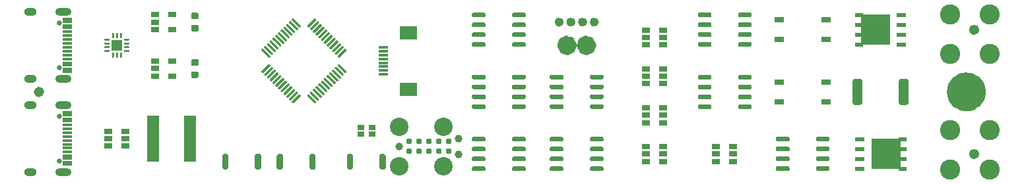
<source format=gbr>
G04 #@! TF.GenerationSoftware,KiCad,Pcbnew,(5.1.10)-1*
G04 #@! TF.CreationDate,2021-11-24T09:21:36-08:00*
G04 #@! TF.ProjectId,UsbSourceMeasureTest,55736253-6f75-4726-9365-4d6561737572,rev?*
G04 #@! TF.SameCoordinates,Original*
G04 #@! TF.FileFunction,Soldermask,Top*
G04 #@! TF.FilePolarity,Negative*
%FSLAX46Y46*%
G04 Gerber Fmt 4.6, Leading zero omitted, Abs format (unit mm)*
G04 Created by KiCad (PCBNEW (5.1.10)-1) date 2021-11-24 09:21:36*
%MOMM*%
%LPD*%
G01*
G04 APERTURE LIST*
%ADD10C,2.500000*%
%ADD11C,0.700000*%
%ADD12C,1.500000*%
%ADD13C,0.650000*%
%ADD14R,3.810000X3.910000*%
%ADD15R,1.020000X0.610000*%
%ADD16R,1.270000X0.610000*%
%ADD17R,1.200000X0.800000*%
%ADD18R,1.060000X0.650000*%
%ADD19O,2.100000X1.000000*%
%ADD20O,1.600000X1.000000*%
%ADD21C,0.650000*%
%ADD22R,1.150000X0.300000*%
%ADD23C,2.600000*%
%ADD24R,1.450000X1.450000*%
%ADD25R,1.600000X5.900000*%
%ADD26R,0.850000X0.650000*%
%ADD27C,0.990600*%
%ADD28C,0.787400*%
%ADD29C,2.374900*%
%ADD30R,2.200000X1.800000*%
%ADD31R,1.300000X0.300000*%
%ADD32C,1.152000*%
G04 APERTURE END LIST*
D10*
X222250000Y-36000000D02*
G75*
G03*
X222250000Y-36000000I-1250000J0D01*
G01*
D11*
X169000000Y-27000000D02*
G75*
G03*
X169000000Y-27000000I-250000J0D01*
G01*
X170500000Y-27000000D02*
G75*
G03*
X170500000Y-27000000I-250000J0D01*
G01*
X172000000Y-27000000D02*
G75*
G03*
X172000000Y-27000000I-250000J0D01*
G01*
X173500000Y-27000000D02*
G75*
G03*
X173500000Y-27000000I-250000J0D01*
G01*
D12*
X172750000Y-30000000D02*
G75*
G03*
X172750000Y-30000000I-500000J0D01*
G01*
X170250000Y-30000000D02*
G75*
G03*
X170250000Y-30000000I-500000J0D01*
G01*
D13*
X102325000Y-36000000D02*
G75*
G03*
X102325000Y-36000000I-325000J0D01*
G01*
X222325000Y-28000000D02*
G75*
G03*
X222325000Y-28000000I-325000J0D01*
G01*
X222325000Y-44000000D02*
G75*
G03*
X222325000Y-44000000I-325000J0D01*
G01*
G36*
G01*
X137573312Y-37356334D02*
X137467246Y-37462400D01*
G75*
G02*
X137361180Y-37462400I-53033J53033D01*
G01*
X136424264Y-36525484D01*
G75*
G02*
X136424264Y-36419418I53033J53033D01*
G01*
X136530330Y-36313352D01*
G75*
G02*
X136636396Y-36313352I53033J-53033D01*
G01*
X137573312Y-37250268D01*
G75*
G02*
X137573312Y-37356334I-53033J-53033D01*
G01*
G37*
G36*
G01*
X137926866Y-37002780D02*
X137820800Y-37108846D01*
G75*
G02*
X137714734Y-37108846I-53033J53033D01*
G01*
X136777818Y-36171930D01*
G75*
G02*
X136777818Y-36065864I53033J53033D01*
G01*
X136883884Y-35959798D01*
G75*
G02*
X136989950Y-35959798I53033J-53033D01*
G01*
X137926866Y-36896714D01*
G75*
G02*
X137926866Y-37002780I-53033J-53033D01*
G01*
G37*
G36*
G01*
X138280419Y-36649227D02*
X138174353Y-36755293D01*
G75*
G02*
X138068287Y-36755293I-53033J53033D01*
G01*
X137131371Y-35818377D01*
G75*
G02*
X137131371Y-35712311I53033J53033D01*
G01*
X137237437Y-35606245D01*
G75*
G02*
X137343503Y-35606245I53033J-53033D01*
G01*
X138280419Y-36543161D01*
G75*
G02*
X138280419Y-36649227I-53033J-53033D01*
G01*
G37*
G36*
G01*
X138633973Y-36295673D02*
X138527907Y-36401739D01*
G75*
G02*
X138421841Y-36401739I-53033J53033D01*
G01*
X137484925Y-35464823D01*
G75*
G02*
X137484925Y-35358757I53033J53033D01*
G01*
X137590991Y-35252691D01*
G75*
G02*
X137697057Y-35252691I53033J-53033D01*
G01*
X138633973Y-36189607D01*
G75*
G02*
X138633973Y-36295673I-53033J-53033D01*
G01*
G37*
G36*
G01*
X138987526Y-35942120D02*
X138881460Y-36048186D01*
G75*
G02*
X138775394Y-36048186I-53033J53033D01*
G01*
X137838478Y-35111270D01*
G75*
G02*
X137838478Y-35005204I53033J53033D01*
G01*
X137944544Y-34899138D01*
G75*
G02*
X138050610Y-34899138I53033J-53033D01*
G01*
X138987526Y-35836054D01*
G75*
G02*
X138987526Y-35942120I-53033J-53033D01*
G01*
G37*
G36*
G01*
X139341079Y-35588567D02*
X139235013Y-35694633D01*
G75*
G02*
X139128947Y-35694633I-53033J53033D01*
G01*
X138192031Y-34757717D01*
G75*
G02*
X138192031Y-34651651I53033J53033D01*
G01*
X138298097Y-34545585D01*
G75*
G02*
X138404163Y-34545585I53033J-53033D01*
G01*
X139341079Y-35482501D01*
G75*
G02*
X139341079Y-35588567I-53033J-53033D01*
G01*
G37*
G36*
G01*
X139694633Y-35235013D02*
X139588567Y-35341079D01*
G75*
G02*
X139482501Y-35341079I-53033J53033D01*
G01*
X138545585Y-34404163D01*
G75*
G02*
X138545585Y-34298097I53033J53033D01*
G01*
X138651651Y-34192031D01*
G75*
G02*
X138757717Y-34192031I53033J-53033D01*
G01*
X139694633Y-35128947D01*
G75*
G02*
X139694633Y-35235013I-53033J-53033D01*
G01*
G37*
G36*
G01*
X140048186Y-34881460D02*
X139942120Y-34987526D01*
G75*
G02*
X139836054Y-34987526I-53033J53033D01*
G01*
X138899138Y-34050610D01*
G75*
G02*
X138899138Y-33944544I53033J53033D01*
G01*
X139005204Y-33838478D01*
G75*
G02*
X139111270Y-33838478I53033J-53033D01*
G01*
X140048186Y-34775394D01*
G75*
G02*
X140048186Y-34881460I-53033J-53033D01*
G01*
G37*
G36*
G01*
X140401739Y-34527907D02*
X140295673Y-34633973D01*
G75*
G02*
X140189607Y-34633973I-53033J53033D01*
G01*
X139252691Y-33697057D01*
G75*
G02*
X139252691Y-33590991I53033J53033D01*
G01*
X139358757Y-33484925D01*
G75*
G02*
X139464823Y-33484925I53033J-53033D01*
G01*
X140401739Y-34421841D01*
G75*
G02*
X140401739Y-34527907I-53033J-53033D01*
G01*
G37*
G36*
G01*
X140755293Y-34174353D02*
X140649227Y-34280419D01*
G75*
G02*
X140543161Y-34280419I-53033J53033D01*
G01*
X139606245Y-33343503D01*
G75*
G02*
X139606245Y-33237437I53033J53033D01*
G01*
X139712311Y-33131371D01*
G75*
G02*
X139818377Y-33131371I53033J-53033D01*
G01*
X140755293Y-34068287D01*
G75*
G02*
X140755293Y-34174353I-53033J-53033D01*
G01*
G37*
G36*
G01*
X141108846Y-33820800D02*
X141002780Y-33926866D01*
G75*
G02*
X140896714Y-33926866I-53033J53033D01*
G01*
X139959798Y-32989950D01*
G75*
G02*
X139959798Y-32883884I53033J53033D01*
G01*
X140065864Y-32777818D01*
G75*
G02*
X140171930Y-32777818I53033J-53033D01*
G01*
X141108846Y-33714734D01*
G75*
G02*
X141108846Y-33820800I-53033J-53033D01*
G01*
G37*
G36*
G01*
X141462400Y-33467246D02*
X141356334Y-33573312D01*
G75*
G02*
X141250268Y-33573312I-53033J53033D01*
G01*
X140313352Y-32636396D01*
G75*
G02*
X140313352Y-32530330I53033J53033D01*
G01*
X140419418Y-32424264D01*
G75*
G02*
X140525484Y-32424264I53033J-53033D01*
G01*
X141462400Y-33361180D01*
G75*
G02*
X141462400Y-33467246I-53033J-53033D01*
G01*
G37*
G36*
G01*
X141462400Y-30638820D02*
X140525484Y-31575736D01*
G75*
G02*
X140419418Y-31575736I-53033J53033D01*
G01*
X140313352Y-31469670D01*
G75*
G02*
X140313352Y-31363604I53033J53033D01*
G01*
X141250268Y-30426688D01*
G75*
G02*
X141356334Y-30426688I53033J-53033D01*
G01*
X141462400Y-30532754D01*
G75*
G02*
X141462400Y-30638820I-53033J-53033D01*
G01*
G37*
G36*
G01*
X141108846Y-30285266D02*
X140171930Y-31222182D01*
G75*
G02*
X140065864Y-31222182I-53033J53033D01*
G01*
X139959798Y-31116116D01*
G75*
G02*
X139959798Y-31010050I53033J53033D01*
G01*
X140896714Y-30073134D01*
G75*
G02*
X141002780Y-30073134I53033J-53033D01*
G01*
X141108846Y-30179200D01*
G75*
G02*
X141108846Y-30285266I-53033J-53033D01*
G01*
G37*
G36*
G01*
X140755293Y-29931713D02*
X139818377Y-30868629D01*
G75*
G02*
X139712311Y-30868629I-53033J53033D01*
G01*
X139606245Y-30762563D01*
G75*
G02*
X139606245Y-30656497I53033J53033D01*
G01*
X140543161Y-29719581D01*
G75*
G02*
X140649227Y-29719581I53033J-53033D01*
G01*
X140755293Y-29825647D01*
G75*
G02*
X140755293Y-29931713I-53033J-53033D01*
G01*
G37*
G36*
G01*
X140401739Y-29578159D02*
X139464823Y-30515075D01*
G75*
G02*
X139358757Y-30515075I-53033J53033D01*
G01*
X139252691Y-30409009D01*
G75*
G02*
X139252691Y-30302943I53033J53033D01*
G01*
X140189607Y-29366027D01*
G75*
G02*
X140295673Y-29366027I53033J-53033D01*
G01*
X140401739Y-29472093D01*
G75*
G02*
X140401739Y-29578159I-53033J-53033D01*
G01*
G37*
G36*
G01*
X140048186Y-29224606D02*
X139111270Y-30161522D01*
G75*
G02*
X139005204Y-30161522I-53033J53033D01*
G01*
X138899138Y-30055456D01*
G75*
G02*
X138899138Y-29949390I53033J53033D01*
G01*
X139836054Y-29012474D01*
G75*
G02*
X139942120Y-29012474I53033J-53033D01*
G01*
X140048186Y-29118540D01*
G75*
G02*
X140048186Y-29224606I-53033J-53033D01*
G01*
G37*
G36*
G01*
X139694633Y-28871053D02*
X138757717Y-29807969D01*
G75*
G02*
X138651651Y-29807969I-53033J53033D01*
G01*
X138545585Y-29701903D01*
G75*
G02*
X138545585Y-29595837I53033J53033D01*
G01*
X139482501Y-28658921D01*
G75*
G02*
X139588567Y-28658921I53033J-53033D01*
G01*
X139694633Y-28764987D01*
G75*
G02*
X139694633Y-28871053I-53033J-53033D01*
G01*
G37*
G36*
G01*
X139341079Y-28517499D02*
X138404163Y-29454415D01*
G75*
G02*
X138298097Y-29454415I-53033J53033D01*
G01*
X138192031Y-29348349D01*
G75*
G02*
X138192031Y-29242283I53033J53033D01*
G01*
X139128947Y-28305367D01*
G75*
G02*
X139235013Y-28305367I53033J-53033D01*
G01*
X139341079Y-28411433D01*
G75*
G02*
X139341079Y-28517499I-53033J-53033D01*
G01*
G37*
G36*
G01*
X138987526Y-28163946D02*
X138050610Y-29100862D01*
G75*
G02*
X137944544Y-29100862I-53033J53033D01*
G01*
X137838478Y-28994796D01*
G75*
G02*
X137838478Y-28888730I53033J53033D01*
G01*
X138775394Y-27951814D01*
G75*
G02*
X138881460Y-27951814I53033J-53033D01*
G01*
X138987526Y-28057880D01*
G75*
G02*
X138987526Y-28163946I-53033J-53033D01*
G01*
G37*
G36*
G01*
X138633973Y-27810393D02*
X137697057Y-28747309D01*
G75*
G02*
X137590991Y-28747309I-53033J53033D01*
G01*
X137484925Y-28641243D01*
G75*
G02*
X137484925Y-28535177I53033J53033D01*
G01*
X138421841Y-27598261D01*
G75*
G02*
X138527907Y-27598261I53033J-53033D01*
G01*
X138633973Y-27704327D01*
G75*
G02*
X138633973Y-27810393I-53033J-53033D01*
G01*
G37*
G36*
G01*
X138280419Y-27456839D02*
X137343503Y-28393755D01*
G75*
G02*
X137237437Y-28393755I-53033J53033D01*
G01*
X137131371Y-28287689D01*
G75*
G02*
X137131371Y-28181623I53033J53033D01*
G01*
X138068287Y-27244707D01*
G75*
G02*
X138174353Y-27244707I53033J-53033D01*
G01*
X138280419Y-27350773D01*
G75*
G02*
X138280419Y-27456839I-53033J-53033D01*
G01*
G37*
G36*
G01*
X137926866Y-27103286D02*
X136989950Y-28040202D01*
G75*
G02*
X136883884Y-28040202I-53033J53033D01*
G01*
X136777818Y-27934136D01*
G75*
G02*
X136777818Y-27828070I53033J53033D01*
G01*
X137714734Y-26891154D01*
G75*
G02*
X137820800Y-26891154I53033J-53033D01*
G01*
X137926866Y-26997220D01*
G75*
G02*
X137926866Y-27103286I-53033J-53033D01*
G01*
G37*
G36*
G01*
X137573312Y-26749732D02*
X136636396Y-27686648D01*
G75*
G02*
X136530330Y-27686648I-53033J53033D01*
G01*
X136424264Y-27580582D01*
G75*
G02*
X136424264Y-27474516I53033J53033D01*
G01*
X137361180Y-26537600D01*
G75*
G02*
X137467246Y-26537600I53033J-53033D01*
G01*
X137573312Y-26643666D01*
G75*
G02*
X137573312Y-26749732I-53033J-53033D01*
G01*
G37*
G36*
G01*
X135575736Y-27580582D02*
X135469670Y-27686648D01*
G75*
G02*
X135363604Y-27686648I-53033J53033D01*
G01*
X134426688Y-26749732D01*
G75*
G02*
X134426688Y-26643666I53033J53033D01*
G01*
X134532754Y-26537600D01*
G75*
G02*
X134638820Y-26537600I53033J-53033D01*
G01*
X135575736Y-27474516D01*
G75*
G02*
X135575736Y-27580582I-53033J-53033D01*
G01*
G37*
G36*
G01*
X135222182Y-27934136D02*
X135116116Y-28040202D01*
G75*
G02*
X135010050Y-28040202I-53033J53033D01*
G01*
X134073134Y-27103286D01*
G75*
G02*
X134073134Y-26997220I53033J53033D01*
G01*
X134179200Y-26891154D01*
G75*
G02*
X134285266Y-26891154I53033J-53033D01*
G01*
X135222182Y-27828070D01*
G75*
G02*
X135222182Y-27934136I-53033J-53033D01*
G01*
G37*
G36*
G01*
X134868629Y-28287689D02*
X134762563Y-28393755D01*
G75*
G02*
X134656497Y-28393755I-53033J53033D01*
G01*
X133719581Y-27456839D01*
G75*
G02*
X133719581Y-27350773I53033J53033D01*
G01*
X133825647Y-27244707D01*
G75*
G02*
X133931713Y-27244707I53033J-53033D01*
G01*
X134868629Y-28181623D01*
G75*
G02*
X134868629Y-28287689I-53033J-53033D01*
G01*
G37*
G36*
G01*
X134515075Y-28641243D02*
X134409009Y-28747309D01*
G75*
G02*
X134302943Y-28747309I-53033J53033D01*
G01*
X133366027Y-27810393D01*
G75*
G02*
X133366027Y-27704327I53033J53033D01*
G01*
X133472093Y-27598261D01*
G75*
G02*
X133578159Y-27598261I53033J-53033D01*
G01*
X134515075Y-28535177D01*
G75*
G02*
X134515075Y-28641243I-53033J-53033D01*
G01*
G37*
G36*
G01*
X134161522Y-28994796D02*
X134055456Y-29100862D01*
G75*
G02*
X133949390Y-29100862I-53033J53033D01*
G01*
X133012474Y-28163946D01*
G75*
G02*
X133012474Y-28057880I53033J53033D01*
G01*
X133118540Y-27951814D01*
G75*
G02*
X133224606Y-27951814I53033J-53033D01*
G01*
X134161522Y-28888730D01*
G75*
G02*
X134161522Y-28994796I-53033J-53033D01*
G01*
G37*
G36*
G01*
X133807969Y-29348349D02*
X133701903Y-29454415D01*
G75*
G02*
X133595837Y-29454415I-53033J53033D01*
G01*
X132658921Y-28517499D01*
G75*
G02*
X132658921Y-28411433I53033J53033D01*
G01*
X132764987Y-28305367D01*
G75*
G02*
X132871053Y-28305367I53033J-53033D01*
G01*
X133807969Y-29242283D01*
G75*
G02*
X133807969Y-29348349I-53033J-53033D01*
G01*
G37*
G36*
G01*
X133454415Y-29701903D02*
X133348349Y-29807969D01*
G75*
G02*
X133242283Y-29807969I-53033J53033D01*
G01*
X132305367Y-28871053D01*
G75*
G02*
X132305367Y-28764987I53033J53033D01*
G01*
X132411433Y-28658921D01*
G75*
G02*
X132517499Y-28658921I53033J-53033D01*
G01*
X133454415Y-29595837D01*
G75*
G02*
X133454415Y-29701903I-53033J-53033D01*
G01*
G37*
G36*
G01*
X133100862Y-30055456D02*
X132994796Y-30161522D01*
G75*
G02*
X132888730Y-30161522I-53033J53033D01*
G01*
X131951814Y-29224606D01*
G75*
G02*
X131951814Y-29118540I53033J53033D01*
G01*
X132057880Y-29012474D01*
G75*
G02*
X132163946Y-29012474I53033J-53033D01*
G01*
X133100862Y-29949390D01*
G75*
G02*
X133100862Y-30055456I-53033J-53033D01*
G01*
G37*
G36*
G01*
X132747309Y-30409009D02*
X132641243Y-30515075D01*
G75*
G02*
X132535177Y-30515075I-53033J53033D01*
G01*
X131598261Y-29578159D01*
G75*
G02*
X131598261Y-29472093I53033J53033D01*
G01*
X131704327Y-29366027D01*
G75*
G02*
X131810393Y-29366027I53033J-53033D01*
G01*
X132747309Y-30302943D01*
G75*
G02*
X132747309Y-30409009I-53033J-53033D01*
G01*
G37*
G36*
G01*
X132393755Y-30762563D02*
X132287689Y-30868629D01*
G75*
G02*
X132181623Y-30868629I-53033J53033D01*
G01*
X131244707Y-29931713D01*
G75*
G02*
X131244707Y-29825647I53033J53033D01*
G01*
X131350773Y-29719581D01*
G75*
G02*
X131456839Y-29719581I53033J-53033D01*
G01*
X132393755Y-30656497D01*
G75*
G02*
X132393755Y-30762563I-53033J-53033D01*
G01*
G37*
G36*
G01*
X132040202Y-31116116D02*
X131934136Y-31222182D01*
G75*
G02*
X131828070Y-31222182I-53033J53033D01*
G01*
X130891154Y-30285266D01*
G75*
G02*
X130891154Y-30179200I53033J53033D01*
G01*
X130997220Y-30073134D01*
G75*
G02*
X131103286Y-30073134I53033J-53033D01*
G01*
X132040202Y-31010050D01*
G75*
G02*
X132040202Y-31116116I-53033J-53033D01*
G01*
G37*
G36*
G01*
X131686648Y-31469670D02*
X131580582Y-31575736D01*
G75*
G02*
X131474516Y-31575736I-53033J53033D01*
G01*
X130537600Y-30638820D01*
G75*
G02*
X130537600Y-30532754I53033J53033D01*
G01*
X130643666Y-30426688D01*
G75*
G02*
X130749732Y-30426688I53033J-53033D01*
G01*
X131686648Y-31363604D01*
G75*
G02*
X131686648Y-31469670I-53033J-53033D01*
G01*
G37*
G36*
G01*
X131686648Y-32636396D02*
X130749732Y-33573312D01*
G75*
G02*
X130643666Y-33573312I-53033J53033D01*
G01*
X130537600Y-33467246D01*
G75*
G02*
X130537600Y-33361180I53033J53033D01*
G01*
X131474516Y-32424264D01*
G75*
G02*
X131580582Y-32424264I53033J-53033D01*
G01*
X131686648Y-32530330D01*
G75*
G02*
X131686648Y-32636396I-53033J-53033D01*
G01*
G37*
G36*
G01*
X132040202Y-32989950D02*
X131103286Y-33926866D01*
G75*
G02*
X130997220Y-33926866I-53033J53033D01*
G01*
X130891154Y-33820800D01*
G75*
G02*
X130891154Y-33714734I53033J53033D01*
G01*
X131828070Y-32777818D01*
G75*
G02*
X131934136Y-32777818I53033J-53033D01*
G01*
X132040202Y-32883884D01*
G75*
G02*
X132040202Y-32989950I-53033J-53033D01*
G01*
G37*
G36*
G01*
X132393755Y-33343503D02*
X131456839Y-34280419D01*
G75*
G02*
X131350773Y-34280419I-53033J53033D01*
G01*
X131244707Y-34174353D01*
G75*
G02*
X131244707Y-34068287I53033J53033D01*
G01*
X132181623Y-33131371D01*
G75*
G02*
X132287689Y-33131371I53033J-53033D01*
G01*
X132393755Y-33237437D01*
G75*
G02*
X132393755Y-33343503I-53033J-53033D01*
G01*
G37*
G36*
G01*
X132747309Y-33697057D02*
X131810393Y-34633973D01*
G75*
G02*
X131704327Y-34633973I-53033J53033D01*
G01*
X131598261Y-34527907D01*
G75*
G02*
X131598261Y-34421841I53033J53033D01*
G01*
X132535177Y-33484925D01*
G75*
G02*
X132641243Y-33484925I53033J-53033D01*
G01*
X132747309Y-33590991D01*
G75*
G02*
X132747309Y-33697057I-53033J-53033D01*
G01*
G37*
G36*
G01*
X133100862Y-34050610D02*
X132163946Y-34987526D01*
G75*
G02*
X132057880Y-34987526I-53033J53033D01*
G01*
X131951814Y-34881460D01*
G75*
G02*
X131951814Y-34775394I53033J53033D01*
G01*
X132888730Y-33838478D01*
G75*
G02*
X132994796Y-33838478I53033J-53033D01*
G01*
X133100862Y-33944544D01*
G75*
G02*
X133100862Y-34050610I-53033J-53033D01*
G01*
G37*
G36*
G01*
X133454415Y-34404163D02*
X132517499Y-35341079D01*
G75*
G02*
X132411433Y-35341079I-53033J53033D01*
G01*
X132305367Y-35235013D01*
G75*
G02*
X132305367Y-35128947I53033J53033D01*
G01*
X133242283Y-34192031D01*
G75*
G02*
X133348349Y-34192031I53033J-53033D01*
G01*
X133454415Y-34298097D01*
G75*
G02*
X133454415Y-34404163I-53033J-53033D01*
G01*
G37*
G36*
G01*
X133807969Y-34757717D02*
X132871053Y-35694633D01*
G75*
G02*
X132764987Y-35694633I-53033J53033D01*
G01*
X132658921Y-35588567D01*
G75*
G02*
X132658921Y-35482501I53033J53033D01*
G01*
X133595837Y-34545585D01*
G75*
G02*
X133701903Y-34545585I53033J-53033D01*
G01*
X133807969Y-34651651D01*
G75*
G02*
X133807969Y-34757717I-53033J-53033D01*
G01*
G37*
G36*
G01*
X134161522Y-35111270D02*
X133224606Y-36048186D01*
G75*
G02*
X133118540Y-36048186I-53033J53033D01*
G01*
X133012474Y-35942120D01*
G75*
G02*
X133012474Y-35836054I53033J53033D01*
G01*
X133949390Y-34899138D01*
G75*
G02*
X134055456Y-34899138I53033J-53033D01*
G01*
X134161522Y-35005204D01*
G75*
G02*
X134161522Y-35111270I-53033J-53033D01*
G01*
G37*
G36*
G01*
X134515075Y-35464823D02*
X133578159Y-36401739D01*
G75*
G02*
X133472093Y-36401739I-53033J53033D01*
G01*
X133366027Y-36295673D01*
G75*
G02*
X133366027Y-36189607I53033J53033D01*
G01*
X134302943Y-35252691D01*
G75*
G02*
X134409009Y-35252691I53033J-53033D01*
G01*
X134515075Y-35358757D01*
G75*
G02*
X134515075Y-35464823I-53033J-53033D01*
G01*
G37*
G36*
G01*
X134868629Y-35818377D02*
X133931713Y-36755293D01*
G75*
G02*
X133825647Y-36755293I-53033J53033D01*
G01*
X133719581Y-36649227D01*
G75*
G02*
X133719581Y-36543161I53033J53033D01*
G01*
X134656497Y-35606245D01*
G75*
G02*
X134762563Y-35606245I53033J-53033D01*
G01*
X134868629Y-35712311D01*
G75*
G02*
X134868629Y-35818377I-53033J-53033D01*
G01*
G37*
G36*
G01*
X135222182Y-36171930D02*
X134285266Y-37108846D01*
G75*
G02*
X134179200Y-37108846I-53033J53033D01*
G01*
X134073134Y-37002780D01*
G75*
G02*
X134073134Y-36896714I53033J53033D01*
G01*
X135010050Y-35959798D01*
G75*
G02*
X135116116Y-35959798I53033J-53033D01*
G01*
X135222182Y-36065864D01*
G75*
G02*
X135222182Y-36171930I-53033J-53033D01*
G01*
G37*
G36*
G01*
X135575736Y-36525484D02*
X134638820Y-37462400D01*
G75*
G02*
X134532754Y-37462400I-53033J53033D01*
G01*
X134426688Y-37356334D01*
G75*
G02*
X134426688Y-37250268I53033J53033D01*
G01*
X135363604Y-36313352D01*
G75*
G02*
X135469670Y-36313352I53033J-53033D01*
G01*
X135575736Y-36419418D01*
G75*
G02*
X135575736Y-36525484I-53033J-53033D01*
G01*
G37*
G36*
G01*
X188300000Y-29755000D02*
X188300000Y-30055000D01*
G75*
G02*
X188150000Y-30205000I-150000J0D01*
G01*
X186700000Y-30205000D01*
G75*
G02*
X186550000Y-30055000I0J150000D01*
G01*
X186550000Y-29755000D01*
G75*
G02*
X186700000Y-29605000I150000J0D01*
G01*
X188150000Y-29605000D01*
G75*
G02*
X188300000Y-29755000I0J-150000D01*
G01*
G37*
G36*
G01*
X188300000Y-28485000D02*
X188300000Y-28785000D01*
G75*
G02*
X188150000Y-28935000I-150000J0D01*
G01*
X186700000Y-28935000D01*
G75*
G02*
X186550000Y-28785000I0J150000D01*
G01*
X186550000Y-28485000D01*
G75*
G02*
X186700000Y-28335000I150000J0D01*
G01*
X188150000Y-28335000D01*
G75*
G02*
X188300000Y-28485000I0J-150000D01*
G01*
G37*
G36*
G01*
X188300000Y-27215000D02*
X188300000Y-27515000D01*
G75*
G02*
X188150000Y-27665000I-150000J0D01*
G01*
X186700000Y-27665000D01*
G75*
G02*
X186550000Y-27515000I0J150000D01*
G01*
X186550000Y-27215000D01*
G75*
G02*
X186700000Y-27065000I150000J0D01*
G01*
X188150000Y-27065000D01*
G75*
G02*
X188300000Y-27215000I0J-150000D01*
G01*
G37*
G36*
G01*
X188300000Y-25945000D02*
X188300000Y-26245000D01*
G75*
G02*
X188150000Y-26395000I-150000J0D01*
G01*
X186700000Y-26395000D01*
G75*
G02*
X186550000Y-26245000I0J150000D01*
G01*
X186550000Y-25945000D01*
G75*
G02*
X186700000Y-25795000I150000J0D01*
G01*
X188150000Y-25795000D01*
G75*
G02*
X188300000Y-25945000I0J-150000D01*
G01*
G37*
G36*
G01*
X193450000Y-25945000D02*
X193450000Y-26245000D01*
G75*
G02*
X193300000Y-26395000I-150000J0D01*
G01*
X191850000Y-26395000D01*
G75*
G02*
X191700000Y-26245000I0J150000D01*
G01*
X191700000Y-25945000D01*
G75*
G02*
X191850000Y-25795000I150000J0D01*
G01*
X193300000Y-25795000D01*
G75*
G02*
X193450000Y-25945000I0J-150000D01*
G01*
G37*
G36*
G01*
X193450000Y-27215000D02*
X193450000Y-27515000D01*
G75*
G02*
X193300000Y-27665000I-150000J0D01*
G01*
X191850000Y-27665000D01*
G75*
G02*
X191700000Y-27515000I0J150000D01*
G01*
X191700000Y-27215000D01*
G75*
G02*
X191850000Y-27065000I150000J0D01*
G01*
X193300000Y-27065000D01*
G75*
G02*
X193450000Y-27215000I0J-150000D01*
G01*
G37*
G36*
G01*
X193450000Y-28485000D02*
X193450000Y-28785000D01*
G75*
G02*
X193300000Y-28935000I-150000J0D01*
G01*
X191850000Y-28935000D01*
G75*
G02*
X191700000Y-28785000I0J150000D01*
G01*
X191700000Y-28485000D01*
G75*
G02*
X191850000Y-28335000I150000J0D01*
G01*
X193300000Y-28335000D01*
G75*
G02*
X193450000Y-28485000I0J-150000D01*
G01*
G37*
G36*
G01*
X193450000Y-29755000D02*
X193450000Y-30055000D01*
G75*
G02*
X193300000Y-30205000I-150000J0D01*
G01*
X191850000Y-30205000D01*
G75*
G02*
X191700000Y-30055000I0J150000D01*
G01*
X191700000Y-29755000D01*
G75*
G02*
X191850000Y-29605000I150000J0D01*
G01*
X193300000Y-29605000D01*
G75*
G02*
X193450000Y-29755000I0J-150000D01*
G01*
G37*
G36*
G01*
X201700000Y-42245000D02*
X201700000Y-41945000D01*
G75*
G02*
X201850000Y-41795000I150000J0D01*
G01*
X203300000Y-41795000D01*
G75*
G02*
X203450000Y-41945000I0J-150000D01*
G01*
X203450000Y-42245000D01*
G75*
G02*
X203300000Y-42395000I-150000J0D01*
G01*
X201850000Y-42395000D01*
G75*
G02*
X201700000Y-42245000I0J150000D01*
G01*
G37*
G36*
G01*
X201700000Y-43515000D02*
X201700000Y-43215000D01*
G75*
G02*
X201850000Y-43065000I150000J0D01*
G01*
X203300000Y-43065000D01*
G75*
G02*
X203450000Y-43215000I0J-150000D01*
G01*
X203450000Y-43515000D01*
G75*
G02*
X203300000Y-43665000I-150000J0D01*
G01*
X201850000Y-43665000D01*
G75*
G02*
X201700000Y-43515000I0J150000D01*
G01*
G37*
G36*
G01*
X201700000Y-44785000D02*
X201700000Y-44485000D01*
G75*
G02*
X201850000Y-44335000I150000J0D01*
G01*
X203300000Y-44335000D01*
G75*
G02*
X203450000Y-44485000I0J-150000D01*
G01*
X203450000Y-44785000D01*
G75*
G02*
X203300000Y-44935000I-150000J0D01*
G01*
X201850000Y-44935000D01*
G75*
G02*
X201700000Y-44785000I0J150000D01*
G01*
G37*
G36*
G01*
X201700000Y-46055000D02*
X201700000Y-45755000D01*
G75*
G02*
X201850000Y-45605000I150000J0D01*
G01*
X203300000Y-45605000D01*
G75*
G02*
X203450000Y-45755000I0J-150000D01*
G01*
X203450000Y-46055000D01*
G75*
G02*
X203300000Y-46205000I-150000J0D01*
G01*
X201850000Y-46205000D01*
G75*
G02*
X201700000Y-46055000I0J150000D01*
G01*
G37*
G36*
G01*
X196550000Y-46055000D02*
X196550000Y-45755000D01*
G75*
G02*
X196700000Y-45605000I150000J0D01*
G01*
X198150000Y-45605000D01*
G75*
G02*
X198300000Y-45755000I0J-150000D01*
G01*
X198300000Y-46055000D01*
G75*
G02*
X198150000Y-46205000I-150000J0D01*
G01*
X196700000Y-46205000D01*
G75*
G02*
X196550000Y-46055000I0J150000D01*
G01*
G37*
G36*
G01*
X196550000Y-44785000D02*
X196550000Y-44485000D01*
G75*
G02*
X196700000Y-44335000I150000J0D01*
G01*
X198150000Y-44335000D01*
G75*
G02*
X198300000Y-44485000I0J-150000D01*
G01*
X198300000Y-44785000D01*
G75*
G02*
X198150000Y-44935000I-150000J0D01*
G01*
X196700000Y-44935000D01*
G75*
G02*
X196550000Y-44785000I0J150000D01*
G01*
G37*
G36*
G01*
X196550000Y-43515000D02*
X196550000Y-43215000D01*
G75*
G02*
X196700000Y-43065000I150000J0D01*
G01*
X198150000Y-43065000D01*
G75*
G02*
X198300000Y-43215000I0J-150000D01*
G01*
X198300000Y-43515000D01*
G75*
G02*
X198150000Y-43665000I-150000J0D01*
G01*
X196700000Y-43665000D01*
G75*
G02*
X196550000Y-43515000I0J150000D01*
G01*
G37*
G36*
G01*
X196550000Y-42245000D02*
X196550000Y-41945000D01*
G75*
G02*
X196700000Y-41795000I150000J0D01*
G01*
X198150000Y-41795000D01*
G75*
G02*
X198300000Y-41945000I0J-150000D01*
G01*
X198300000Y-42245000D01*
G75*
G02*
X198150000Y-42395000I-150000J0D01*
G01*
X196700000Y-42395000D01*
G75*
G02*
X196550000Y-42245000I0J150000D01*
G01*
G37*
G36*
G01*
X174450000Y-45755000D02*
X174450000Y-46055000D01*
G75*
G02*
X174300000Y-46205000I-150000J0D01*
G01*
X172850000Y-46205000D01*
G75*
G02*
X172700000Y-46055000I0J150000D01*
G01*
X172700000Y-45755000D01*
G75*
G02*
X172850000Y-45605000I150000J0D01*
G01*
X174300000Y-45605000D01*
G75*
G02*
X174450000Y-45755000I0J-150000D01*
G01*
G37*
G36*
G01*
X174450000Y-44485000D02*
X174450000Y-44785000D01*
G75*
G02*
X174300000Y-44935000I-150000J0D01*
G01*
X172850000Y-44935000D01*
G75*
G02*
X172700000Y-44785000I0J150000D01*
G01*
X172700000Y-44485000D01*
G75*
G02*
X172850000Y-44335000I150000J0D01*
G01*
X174300000Y-44335000D01*
G75*
G02*
X174450000Y-44485000I0J-150000D01*
G01*
G37*
G36*
G01*
X174450000Y-43215000D02*
X174450000Y-43515000D01*
G75*
G02*
X174300000Y-43665000I-150000J0D01*
G01*
X172850000Y-43665000D01*
G75*
G02*
X172700000Y-43515000I0J150000D01*
G01*
X172700000Y-43215000D01*
G75*
G02*
X172850000Y-43065000I150000J0D01*
G01*
X174300000Y-43065000D01*
G75*
G02*
X174450000Y-43215000I0J-150000D01*
G01*
G37*
G36*
G01*
X174450000Y-41945000D02*
X174450000Y-42245000D01*
G75*
G02*
X174300000Y-42395000I-150000J0D01*
G01*
X172850000Y-42395000D01*
G75*
G02*
X172700000Y-42245000I0J150000D01*
G01*
X172700000Y-41945000D01*
G75*
G02*
X172850000Y-41795000I150000J0D01*
G01*
X174300000Y-41795000D01*
G75*
G02*
X174450000Y-41945000I0J-150000D01*
G01*
G37*
G36*
G01*
X169300000Y-41945000D02*
X169300000Y-42245000D01*
G75*
G02*
X169150000Y-42395000I-150000J0D01*
G01*
X167700000Y-42395000D01*
G75*
G02*
X167550000Y-42245000I0J150000D01*
G01*
X167550000Y-41945000D01*
G75*
G02*
X167700000Y-41795000I150000J0D01*
G01*
X169150000Y-41795000D01*
G75*
G02*
X169300000Y-41945000I0J-150000D01*
G01*
G37*
G36*
G01*
X169300000Y-43215000D02*
X169300000Y-43515000D01*
G75*
G02*
X169150000Y-43665000I-150000J0D01*
G01*
X167700000Y-43665000D01*
G75*
G02*
X167550000Y-43515000I0J150000D01*
G01*
X167550000Y-43215000D01*
G75*
G02*
X167700000Y-43065000I150000J0D01*
G01*
X169150000Y-43065000D01*
G75*
G02*
X169300000Y-43215000I0J-150000D01*
G01*
G37*
G36*
G01*
X169300000Y-44485000D02*
X169300000Y-44785000D01*
G75*
G02*
X169150000Y-44935000I-150000J0D01*
G01*
X167700000Y-44935000D01*
G75*
G02*
X167550000Y-44785000I0J150000D01*
G01*
X167550000Y-44485000D01*
G75*
G02*
X167700000Y-44335000I150000J0D01*
G01*
X169150000Y-44335000D01*
G75*
G02*
X169300000Y-44485000I0J-150000D01*
G01*
G37*
G36*
G01*
X169300000Y-45755000D02*
X169300000Y-46055000D01*
G75*
G02*
X169150000Y-46205000I-150000J0D01*
G01*
X167700000Y-46205000D01*
G75*
G02*
X167550000Y-46055000I0J150000D01*
G01*
X167550000Y-45755000D01*
G75*
G02*
X167700000Y-45605000I150000J0D01*
G01*
X169150000Y-45605000D01*
G75*
G02*
X169300000Y-45755000I0J-150000D01*
G01*
G37*
G36*
G01*
X174450000Y-37755000D02*
X174450000Y-38055000D01*
G75*
G02*
X174300000Y-38205000I-150000J0D01*
G01*
X172850000Y-38205000D01*
G75*
G02*
X172700000Y-38055000I0J150000D01*
G01*
X172700000Y-37755000D01*
G75*
G02*
X172850000Y-37605000I150000J0D01*
G01*
X174300000Y-37605000D01*
G75*
G02*
X174450000Y-37755000I0J-150000D01*
G01*
G37*
G36*
G01*
X174450000Y-36485000D02*
X174450000Y-36785000D01*
G75*
G02*
X174300000Y-36935000I-150000J0D01*
G01*
X172850000Y-36935000D01*
G75*
G02*
X172700000Y-36785000I0J150000D01*
G01*
X172700000Y-36485000D01*
G75*
G02*
X172850000Y-36335000I150000J0D01*
G01*
X174300000Y-36335000D01*
G75*
G02*
X174450000Y-36485000I0J-150000D01*
G01*
G37*
G36*
G01*
X174450000Y-35215000D02*
X174450000Y-35515000D01*
G75*
G02*
X174300000Y-35665000I-150000J0D01*
G01*
X172850000Y-35665000D01*
G75*
G02*
X172700000Y-35515000I0J150000D01*
G01*
X172700000Y-35215000D01*
G75*
G02*
X172850000Y-35065000I150000J0D01*
G01*
X174300000Y-35065000D01*
G75*
G02*
X174450000Y-35215000I0J-150000D01*
G01*
G37*
G36*
G01*
X174450000Y-33945000D02*
X174450000Y-34245000D01*
G75*
G02*
X174300000Y-34395000I-150000J0D01*
G01*
X172850000Y-34395000D01*
G75*
G02*
X172700000Y-34245000I0J150000D01*
G01*
X172700000Y-33945000D01*
G75*
G02*
X172850000Y-33795000I150000J0D01*
G01*
X174300000Y-33795000D01*
G75*
G02*
X174450000Y-33945000I0J-150000D01*
G01*
G37*
G36*
G01*
X169300000Y-33945000D02*
X169300000Y-34245000D01*
G75*
G02*
X169150000Y-34395000I-150000J0D01*
G01*
X167700000Y-34395000D01*
G75*
G02*
X167550000Y-34245000I0J150000D01*
G01*
X167550000Y-33945000D01*
G75*
G02*
X167700000Y-33795000I150000J0D01*
G01*
X169150000Y-33795000D01*
G75*
G02*
X169300000Y-33945000I0J-150000D01*
G01*
G37*
G36*
G01*
X169300000Y-35215000D02*
X169300000Y-35515000D01*
G75*
G02*
X169150000Y-35665000I-150000J0D01*
G01*
X167700000Y-35665000D01*
G75*
G02*
X167550000Y-35515000I0J150000D01*
G01*
X167550000Y-35215000D01*
G75*
G02*
X167700000Y-35065000I150000J0D01*
G01*
X169150000Y-35065000D01*
G75*
G02*
X169300000Y-35215000I0J-150000D01*
G01*
G37*
G36*
G01*
X169300000Y-36485000D02*
X169300000Y-36785000D01*
G75*
G02*
X169150000Y-36935000I-150000J0D01*
G01*
X167700000Y-36935000D01*
G75*
G02*
X167550000Y-36785000I0J150000D01*
G01*
X167550000Y-36485000D01*
G75*
G02*
X167700000Y-36335000I150000J0D01*
G01*
X169150000Y-36335000D01*
G75*
G02*
X169300000Y-36485000I0J-150000D01*
G01*
G37*
G36*
G01*
X169300000Y-37755000D02*
X169300000Y-38055000D01*
G75*
G02*
X169150000Y-38205000I-150000J0D01*
G01*
X167700000Y-38205000D01*
G75*
G02*
X167550000Y-38055000I0J150000D01*
G01*
X167550000Y-37755000D01*
G75*
G02*
X167700000Y-37605000I150000J0D01*
G01*
X169150000Y-37605000D01*
G75*
G02*
X169300000Y-37755000I0J-150000D01*
G01*
G37*
D14*
X209310000Y-28000000D03*
D15*
X207205000Y-29905000D03*
X207205000Y-28635000D03*
X207205000Y-27365000D03*
X207205000Y-26095000D03*
D16*
X212670000Y-26095000D03*
X212670000Y-27365000D03*
X212670000Y-28635000D03*
X212670000Y-29905000D03*
D17*
X203000000Y-29270000D03*
X197000000Y-29270000D03*
X197000000Y-26730000D03*
X203000000Y-26730000D03*
D16*
X207330000Y-42095000D03*
X207330000Y-43365000D03*
X207330000Y-44635000D03*
X207330000Y-45905000D03*
D15*
X212795000Y-45905000D03*
X212795000Y-44635000D03*
X212795000Y-43365000D03*
X212795000Y-42095000D03*
D14*
X210690000Y-44000000D03*
D17*
X203000000Y-34730000D03*
X197000000Y-34730000D03*
X197000000Y-37270000D03*
X203000000Y-37270000D03*
D18*
X182100000Y-39000000D03*
X182100000Y-38050000D03*
X182100000Y-39950000D03*
X179900000Y-39950000D03*
X179900000Y-39000000D03*
X179900000Y-38050000D03*
X179900000Y-33050000D03*
X179900000Y-34000000D03*
X179900000Y-34950000D03*
X182100000Y-34950000D03*
X182100000Y-33050000D03*
X182100000Y-34000000D03*
X179900000Y-28050000D03*
X179900000Y-29000000D03*
X179900000Y-29950000D03*
X182100000Y-29950000D03*
X182100000Y-28050000D03*
X182100000Y-29000000D03*
G36*
G01*
X193450000Y-37755000D02*
X193450000Y-38055000D01*
G75*
G02*
X193300000Y-38205000I-150000J0D01*
G01*
X191850000Y-38205000D01*
G75*
G02*
X191700000Y-38055000I0J150000D01*
G01*
X191700000Y-37755000D01*
G75*
G02*
X191850000Y-37605000I150000J0D01*
G01*
X193300000Y-37605000D01*
G75*
G02*
X193450000Y-37755000I0J-150000D01*
G01*
G37*
G36*
G01*
X193450000Y-36485000D02*
X193450000Y-36785000D01*
G75*
G02*
X193300000Y-36935000I-150000J0D01*
G01*
X191850000Y-36935000D01*
G75*
G02*
X191700000Y-36785000I0J150000D01*
G01*
X191700000Y-36485000D01*
G75*
G02*
X191850000Y-36335000I150000J0D01*
G01*
X193300000Y-36335000D01*
G75*
G02*
X193450000Y-36485000I0J-150000D01*
G01*
G37*
G36*
G01*
X193450000Y-35215000D02*
X193450000Y-35515000D01*
G75*
G02*
X193300000Y-35665000I-150000J0D01*
G01*
X191850000Y-35665000D01*
G75*
G02*
X191700000Y-35515000I0J150000D01*
G01*
X191700000Y-35215000D01*
G75*
G02*
X191850000Y-35065000I150000J0D01*
G01*
X193300000Y-35065000D01*
G75*
G02*
X193450000Y-35215000I0J-150000D01*
G01*
G37*
G36*
G01*
X193450000Y-33945000D02*
X193450000Y-34245000D01*
G75*
G02*
X193300000Y-34395000I-150000J0D01*
G01*
X191850000Y-34395000D01*
G75*
G02*
X191700000Y-34245000I0J150000D01*
G01*
X191700000Y-33945000D01*
G75*
G02*
X191850000Y-33795000I150000J0D01*
G01*
X193300000Y-33795000D01*
G75*
G02*
X193450000Y-33945000I0J-150000D01*
G01*
G37*
G36*
G01*
X188300000Y-33945000D02*
X188300000Y-34245000D01*
G75*
G02*
X188150000Y-34395000I-150000J0D01*
G01*
X186700000Y-34395000D01*
G75*
G02*
X186550000Y-34245000I0J150000D01*
G01*
X186550000Y-33945000D01*
G75*
G02*
X186700000Y-33795000I150000J0D01*
G01*
X188150000Y-33795000D01*
G75*
G02*
X188300000Y-33945000I0J-150000D01*
G01*
G37*
G36*
G01*
X188300000Y-35215000D02*
X188300000Y-35515000D01*
G75*
G02*
X188150000Y-35665000I-150000J0D01*
G01*
X186700000Y-35665000D01*
G75*
G02*
X186550000Y-35515000I0J150000D01*
G01*
X186550000Y-35215000D01*
G75*
G02*
X186700000Y-35065000I150000J0D01*
G01*
X188150000Y-35065000D01*
G75*
G02*
X188300000Y-35215000I0J-150000D01*
G01*
G37*
G36*
G01*
X188300000Y-36485000D02*
X188300000Y-36785000D01*
G75*
G02*
X188150000Y-36935000I-150000J0D01*
G01*
X186700000Y-36935000D01*
G75*
G02*
X186550000Y-36785000I0J150000D01*
G01*
X186550000Y-36485000D01*
G75*
G02*
X186700000Y-36335000I150000J0D01*
G01*
X188150000Y-36335000D01*
G75*
G02*
X188300000Y-36485000I0J-150000D01*
G01*
G37*
G36*
G01*
X188300000Y-37755000D02*
X188300000Y-38055000D01*
G75*
G02*
X188150000Y-38205000I-150000J0D01*
G01*
X186700000Y-38205000D01*
G75*
G02*
X186550000Y-38055000I0J150000D01*
G01*
X186550000Y-37755000D01*
G75*
G02*
X186700000Y-37605000I150000J0D01*
G01*
X188150000Y-37605000D01*
G75*
G02*
X188300000Y-37755000I0J-150000D01*
G01*
G37*
X191100000Y-44950000D03*
X191100000Y-44000000D03*
X191100000Y-43050000D03*
X188900000Y-43050000D03*
X188900000Y-44950000D03*
X188900000Y-44000000D03*
G36*
G01*
X206425000Y-37425001D02*
X206425000Y-34574999D01*
G75*
G02*
X206674999Y-34325000I249999J0D01*
G01*
X207400001Y-34325000D01*
G75*
G02*
X207650000Y-34574999I0J-249999D01*
G01*
X207650000Y-37425001D01*
G75*
G02*
X207400001Y-37675000I-249999J0D01*
G01*
X206674999Y-37675000D01*
G75*
G02*
X206425000Y-37425001I0J249999D01*
G01*
G37*
G36*
G01*
X212350000Y-37425001D02*
X212350000Y-34574999D01*
G75*
G02*
X212599999Y-34325000I249999J0D01*
G01*
X213325001Y-34325000D01*
G75*
G02*
X213575000Y-34574999I0J-249999D01*
G01*
X213575000Y-37425001D01*
G75*
G02*
X213325001Y-37675000I-249999J0D01*
G01*
X212599999Y-37675000D01*
G75*
G02*
X212350000Y-37425001I0J249999D01*
G01*
G37*
G36*
G01*
X162700000Y-42245000D02*
X162700000Y-41945000D01*
G75*
G02*
X162850000Y-41795000I150000J0D01*
G01*
X164300000Y-41795000D01*
G75*
G02*
X164450000Y-41945000I0J-150000D01*
G01*
X164450000Y-42245000D01*
G75*
G02*
X164300000Y-42395000I-150000J0D01*
G01*
X162850000Y-42395000D01*
G75*
G02*
X162700000Y-42245000I0J150000D01*
G01*
G37*
G36*
G01*
X162700000Y-43515000D02*
X162700000Y-43215000D01*
G75*
G02*
X162850000Y-43065000I150000J0D01*
G01*
X164300000Y-43065000D01*
G75*
G02*
X164450000Y-43215000I0J-150000D01*
G01*
X164450000Y-43515000D01*
G75*
G02*
X164300000Y-43665000I-150000J0D01*
G01*
X162850000Y-43665000D01*
G75*
G02*
X162700000Y-43515000I0J150000D01*
G01*
G37*
G36*
G01*
X162700000Y-44785000D02*
X162700000Y-44485000D01*
G75*
G02*
X162850000Y-44335000I150000J0D01*
G01*
X164300000Y-44335000D01*
G75*
G02*
X164450000Y-44485000I0J-150000D01*
G01*
X164450000Y-44785000D01*
G75*
G02*
X164300000Y-44935000I-150000J0D01*
G01*
X162850000Y-44935000D01*
G75*
G02*
X162700000Y-44785000I0J150000D01*
G01*
G37*
G36*
G01*
X162700000Y-46055000D02*
X162700000Y-45755000D01*
G75*
G02*
X162850000Y-45605000I150000J0D01*
G01*
X164300000Y-45605000D01*
G75*
G02*
X164450000Y-45755000I0J-150000D01*
G01*
X164450000Y-46055000D01*
G75*
G02*
X164300000Y-46205000I-150000J0D01*
G01*
X162850000Y-46205000D01*
G75*
G02*
X162700000Y-46055000I0J150000D01*
G01*
G37*
G36*
G01*
X157550000Y-46055000D02*
X157550000Y-45755000D01*
G75*
G02*
X157700000Y-45605000I150000J0D01*
G01*
X159150000Y-45605000D01*
G75*
G02*
X159300000Y-45755000I0J-150000D01*
G01*
X159300000Y-46055000D01*
G75*
G02*
X159150000Y-46205000I-150000J0D01*
G01*
X157700000Y-46205000D01*
G75*
G02*
X157550000Y-46055000I0J150000D01*
G01*
G37*
G36*
G01*
X157550000Y-44785000D02*
X157550000Y-44485000D01*
G75*
G02*
X157700000Y-44335000I150000J0D01*
G01*
X159150000Y-44335000D01*
G75*
G02*
X159300000Y-44485000I0J-150000D01*
G01*
X159300000Y-44785000D01*
G75*
G02*
X159150000Y-44935000I-150000J0D01*
G01*
X157700000Y-44935000D01*
G75*
G02*
X157550000Y-44785000I0J150000D01*
G01*
G37*
G36*
G01*
X157550000Y-43515000D02*
X157550000Y-43215000D01*
G75*
G02*
X157700000Y-43065000I150000J0D01*
G01*
X159150000Y-43065000D01*
G75*
G02*
X159300000Y-43215000I0J-150000D01*
G01*
X159300000Y-43515000D01*
G75*
G02*
X159150000Y-43665000I-150000J0D01*
G01*
X157700000Y-43665000D01*
G75*
G02*
X157550000Y-43515000I0J150000D01*
G01*
G37*
G36*
G01*
X157550000Y-42245000D02*
X157550000Y-41945000D01*
G75*
G02*
X157700000Y-41795000I150000J0D01*
G01*
X159150000Y-41795000D01*
G75*
G02*
X159300000Y-41945000I0J-150000D01*
G01*
X159300000Y-42245000D01*
G75*
G02*
X159150000Y-42395000I-150000J0D01*
G01*
X157700000Y-42395000D01*
G75*
G02*
X157550000Y-42245000I0J150000D01*
G01*
G37*
G36*
G01*
X157550000Y-34245000D02*
X157550000Y-33945000D01*
G75*
G02*
X157700000Y-33795000I150000J0D01*
G01*
X159150000Y-33795000D01*
G75*
G02*
X159300000Y-33945000I0J-150000D01*
G01*
X159300000Y-34245000D01*
G75*
G02*
X159150000Y-34395000I-150000J0D01*
G01*
X157700000Y-34395000D01*
G75*
G02*
X157550000Y-34245000I0J150000D01*
G01*
G37*
G36*
G01*
X157550000Y-35515000D02*
X157550000Y-35215000D01*
G75*
G02*
X157700000Y-35065000I150000J0D01*
G01*
X159150000Y-35065000D01*
G75*
G02*
X159300000Y-35215000I0J-150000D01*
G01*
X159300000Y-35515000D01*
G75*
G02*
X159150000Y-35665000I-150000J0D01*
G01*
X157700000Y-35665000D01*
G75*
G02*
X157550000Y-35515000I0J150000D01*
G01*
G37*
G36*
G01*
X157550000Y-36785000D02*
X157550000Y-36485000D01*
G75*
G02*
X157700000Y-36335000I150000J0D01*
G01*
X159150000Y-36335000D01*
G75*
G02*
X159300000Y-36485000I0J-150000D01*
G01*
X159300000Y-36785000D01*
G75*
G02*
X159150000Y-36935000I-150000J0D01*
G01*
X157700000Y-36935000D01*
G75*
G02*
X157550000Y-36785000I0J150000D01*
G01*
G37*
G36*
G01*
X157550000Y-38055000D02*
X157550000Y-37755000D01*
G75*
G02*
X157700000Y-37605000I150000J0D01*
G01*
X159150000Y-37605000D01*
G75*
G02*
X159300000Y-37755000I0J-150000D01*
G01*
X159300000Y-38055000D01*
G75*
G02*
X159150000Y-38205000I-150000J0D01*
G01*
X157700000Y-38205000D01*
G75*
G02*
X157550000Y-38055000I0J150000D01*
G01*
G37*
G36*
G01*
X162700000Y-38055000D02*
X162700000Y-37755000D01*
G75*
G02*
X162850000Y-37605000I150000J0D01*
G01*
X164300000Y-37605000D01*
G75*
G02*
X164450000Y-37755000I0J-150000D01*
G01*
X164450000Y-38055000D01*
G75*
G02*
X164300000Y-38205000I-150000J0D01*
G01*
X162850000Y-38205000D01*
G75*
G02*
X162700000Y-38055000I0J150000D01*
G01*
G37*
G36*
G01*
X162700000Y-36785000D02*
X162700000Y-36485000D01*
G75*
G02*
X162850000Y-36335000I150000J0D01*
G01*
X164300000Y-36335000D01*
G75*
G02*
X164450000Y-36485000I0J-150000D01*
G01*
X164450000Y-36785000D01*
G75*
G02*
X164300000Y-36935000I-150000J0D01*
G01*
X162850000Y-36935000D01*
G75*
G02*
X162700000Y-36785000I0J150000D01*
G01*
G37*
G36*
G01*
X162700000Y-35515000D02*
X162700000Y-35215000D01*
G75*
G02*
X162850000Y-35065000I150000J0D01*
G01*
X164300000Y-35065000D01*
G75*
G02*
X164450000Y-35215000I0J-150000D01*
G01*
X164450000Y-35515000D01*
G75*
G02*
X164300000Y-35665000I-150000J0D01*
G01*
X162850000Y-35665000D01*
G75*
G02*
X162700000Y-35515000I0J150000D01*
G01*
G37*
G36*
G01*
X162700000Y-34245000D02*
X162700000Y-33945000D01*
G75*
G02*
X162850000Y-33795000I150000J0D01*
G01*
X164300000Y-33795000D01*
G75*
G02*
X164450000Y-33945000I0J-150000D01*
G01*
X164450000Y-34245000D01*
G75*
G02*
X164300000Y-34395000I-150000J0D01*
G01*
X162850000Y-34395000D01*
G75*
G02*
X162700000Y-34245000I0J150000D01*
G01*
G37*
G36*
G01*
X162700000Y-26245000D02*
X162700000Y-25945000D01*
G75*
G02*
X162850000Y-25795000I150000J0D01*
G01*
X164300000Y-25795000D01*
G75*
G02*
X164450000Y-25945000I0J-150000D01*
G01*
X164450000Y-26245000D01*
G75*
G02*
X164300000Y-26395000I-150000J0D01*
G01*
X162850000Y-26395000D01*
G75*
G02*
X162700000Y-26245000I0J150000D01*
G01*
G37*
G36*
G01*
X162700000Y-27515000D02*
X162700000Y-27215000D01*
G75*
G02*
X162850000Y-27065000I150000J0D01*
G01*
X164300000Y-27065000D01*
G75*
G02*
X164450000Y-27215000I0J-150000D01*
G01*
X164450000Y-27515000D01*
G75*
G02*
X164300000Y-27665000I-150000J0D01*
G01*
X162850000Y-27665000D01*
G75*
G02*
X162700000Y-27515000I0J150000D01*
G01*
G37*
G36*
G01*
X162700000Y-28785000D02*
X162700000Y-28485000D01*
G75*
G02*
X162850000Y-28335000I150000J0D01*
G01*
X164300000Y-28335000D01*
G75*
G02*
X164450000Y-28485000I0J-150000D01*
G01*
X164450000Y-28785000D01*
G75*
G02*
X164300000Y-28935000I-150000J0D01*
G01*
X162850000Y-28935000D01*
G75*
G02*
X162700000Y-28785000I0J150000D01*
G01*
G37*
G36*
G01*
X162700000Y-30055000D02*
X162700000Y-29755000D01*
G75*
G02*
X162850000Y-29605000I150000J0D01*
G01*
X164300000Y-29605000D01*
G75*
G02*
X164450000Y-29755000I0J-150000D01*
G01*
X164450000Y-30055000D01*
G75*
G02*
X164300000Y-30205000I-150000J0D01*
G01*
X162850000Y-30205000D01*
G75*
G02*
X162700000Y-30055000I0J150000D01*
G01*
G37*
G36*
G01*
X157550000Y-30055000D02*
X157550000Y-29755000D01*
G75*
G02*
X157700000Y-29605000I150000J0D01*
G01*
X159150000Y-29605000D01*
G75*
G02*
X159300000Y-29755000I0J-150000D01*
G01*
X159300000Y-30055000D01*
G75*
G02*
X159150000Y-30205000I-150000J0D01*
G01*
X157700000Y-30205000D01*
G75*
G02*
X157550000Y-30055000I0J150000D01*
G01*
G37*
G36*
G01*
X157550000Y-28785000D02*
X157550000Y-28485000D01*
G75*
G02*
X157700000Y-28335000I150000J0D01*
G01*
X159150000Y-28335000D01*
G75*
G02*
X159300000Y-28485000I0J-150000D01*
G01*
X159300000Y-28785000D01*
G75*
G02*
X159150000Y-28935000I-150000J0D01*
G01*
X157700000Y-28935000D01*
G75*
G02*
X157550000Y-28785000I0J150000D01*
G01*
G37*
G36*
G01*
X157550000Y-27515000D02*
X157550000Y-27215000D01*
G75*
G02*
X157700000Y-27065000I150000J0D01*
G01*
X159150000Y-27065000D01*
G75*
G02*
X159300000Y-27215000I0J-150000D01*
G01*
X159300000Y-27515000D01*
G75*
G02*
X159150000Y-27665000I-150000J0D01*
G01*
X157700000Y-27665000D01*
G75*
G02*
X157550000Y-27515000I0J150000D01*
G01*
G37*
G36*
G01*
X157550000Y-26245000D02*
X157550000Y-25945000D01*
G75*
G02*
X157700000Y-25795000I150000J0D01*
G01*
X159150000Y-25795000D01*
G75*
G02*
X159300000Y-25945000I0J-150000D01*
G01*
X159300000Y-26245000D01*
G75*
G02*
X159150000Y-26395000I-150000J0D01*
G01*
X157700000Y-26395000D01*
G75*
G02*
X157550000Y-26245000I0J150000D01*
G01*
G37*
D19*
X105105000Y-37680000D03*
X105105000Y-46320000D03*
D20*
X100925000Y-37680000D03*
X100925000Y-46320000D03*
D21*
X104605000Y-44890000D03*
X104605000Y-39110000D03*
D22*
X105670000Y-45050000D03*
X105670000Y-44250000D03*
X105670000Y-43750000D03*
X105670000Y-43250000D03*
X105670000Y-42750000D03*
X105670000Y-42250000D03*
X105670000Y-41750000D03*
X105670000Y-41250000D03*
X105670000Y-40750000D03*
X105670000Y-40250000D03*
X105670000Y-39450000D03*
X105670000Y-38650000D03*
X105670000Y-38950000D03*
X105670000Y-39750000D03*
X105670000Y-44550000D03*
X105670000Y-45350000D03*
G36*
G01*
X122256250Y-34225000D02*
X121743750Y-34225000D01*
G75*
G02*
X121525000Y-34006250I0J218750D01*
G01*
X121525000Y-33568750D01*
G75*
G02*
X121743750Y-33350000I218750J0D01*
G01*
X122256250Y-33350000D01*
G75*
G02*
X122475000Y-33568750I0J-218750D01*
G01*
X122475000Y-34006250D01*
G75*
G02*
X122256250Y-34225000I-218750J0D01*
G01*
G37*
G36*
G01*
X122256250Y-32650000D02*
X121743750Y-32650000D01*
G75*
G02*
X121525000Y-32431250I0J218750D01*
G01*
X121525000Y-31993750D01*
G75*
G02*
X121743750Y-31775000I218750J0D01*
G01*
X122256250Y-31775000D01*
G75*
G02*
X122475000Y-31993750I0J-218750D01*
G01*
X122475000Y-32431250D01*
G75*
G02*
X122256250Y-32650000I-218750J0D01*
G01*
G37*
G36*
G01*
X122256250Y-26650000D02*
X121743750Y-26650000D01*
G75*
G02*
X121525000Y-26431250I0J218750D01*
G01*
X121525000Y-25993750D01*
G75*
G02*
X121743750Y-25775000I218750J0D01*
G01*
X122256250Y-25775000D01*
G75*
G02*
X122475000Y-25993750I0J-218750D01*
G01*
X122475000Y-26431250D01*
G75*
G02*
X122256250Y-26650000I-218750J0D01*
G01*
G37*
G36*
G01*
X122256250Y-28225000D02*
X121743750Y-28225000D01*
G75*
G02*
X121525000Y-28006250I0J218750D01*
G01*
X121525000Y-27568750D01*
G75*
G02*
X121743750Y-27350000I218750J0D01*
G01*
X122256250Y-27350000D01*
G75*
G02*
X122475000Y-27568750I0J-218750D01*
G01*
X122475000Y-28006250D01*
G75*
G02*
X122256250Y-28225000I-218750J0D01*
G01*
G37*
D23*
X218920000Y-40920000D03*
X218920000Y-46000000D03*
X224000000Y-40920000D03*
X224000000Y-46000000D03*
X224000000Y-31080000D03*
X224000000Y-26000000D03*
X218920000Y-31080000D03*
X218920000Y-26000000D03*
G36*
G01*
X111562500Y-31600000D02*
X111437500Y-31600000D01*
G75*
G02*
X111375000Y-31537500I0J62500D01*
G01*
X111375000Y-30987500D01*
G75*
G02*
X111437500Y-30925000I62500J0D01*
G01*
X111562500Y-30925000D01*
G75*
G02*
X111625000Y-30987500I0J-62500D01*
G01*
X111625000Y-31537500D01*
G75*
G02*
X111562500Y-31600000I-62500J0D01*
G01*
G37*
G36*
G01*
X112062500Y-31600000D02*
X111937500Y-31600000D01*
G75*
G02*
X111875000Y-31537500I0J62500D01*
G01*
X111875000Y-30987500D01*
G75*
G02*
X111937500Y-30925000I62500J0D01*
G01*
X112062500Y-30925000D01*
G75*
G02*
X112125000Y-30987500I0J-62500D01*
G01*
X112125000Y-31537500D01*
G75*
G02*
X112062500Y-31600000I-62500J0D01*
G01*
G37*
G36*
G01*
X112562500Y-31600000D02*
X112437500Y-31600000D01*
G75*
G02*
X112375000Y-31537500I0J62500D01*
G01*
X112375000Y-30987500D01*
G75*
G02*
X112437500Y-30925000I62500J0D01*
G01*
X112562500Y-30925000D01*
G75*
G02*
X112625000Y-30987500I0J-62500D01*
G01*
X112625000Y-31537500D01*
G75*
G02*
X112562500Y-31600000I-62500J0D01*
G01*
G37*
G36*
G01*
X113537500Y-30875000D02*
X112987500Y-30875000D01*
G75*
G02*
X112925000Y-30812500I0J62500D01*
G01*
X112925000Y-30687500D01*
G75*
G02*
X112987500Y-30625000I62500J0D01*
G01*
X113537500Y-30625000D01*
G75*
G02*
X113600000Y-30687500I0J-62500D01*
G01*
X113600000Y-30812500D01*
G75*
G02*
X113537500Y-30875000I-62500J0D01*
G01*
G37*
G36*
G01*
X113537500Y-30375000D02*
X112987500Y-30375000D01*
G75*
G02*
X112925000Y-30312500I0J62500D01*
G01*
X112925000Y-30187500D01*
G75*
G02*
X112987500Y-30125000I62500J0D01*
G01*
X113537500Y-30125000D01*
G75*
G02*
X113600000Y-30187500I0J-62500D01*
G01*
X113600000Y-30312500D01*
G75*
G02*
X113537500Y-30375000I-62500J0D01*
G01*
G37*
G36*
G01*
X113537500Y-29875000D02*
X112987500Y-29875000D01*
G75*
G02*
X112925000Y-29812500I0J62500D01*
G01*
X112925000Y-29687500D01*
G75*
G02*
X112987500Y-29625000I62500J0D01*
G01*
X113537500Y-29625000D01*
G75*
G02*
X113600000Y-29687500I0J-62500D01*
G01*
X113600000Y-29812500D01*
G75*
G02*
X113537500Y-29875000I-62500J0D01*
G01*
G37*
G36*
G01*
X113537500Y-29375000D02*
X112987500Y-29375000D01*
G75*
G02*
X112925000Y-29312500I0J62500D01*
G01*
X112925000Y-29187500D01*
G75*
G02*
X112987500Y-29125000I62500J0D01*
G01*
X113537500Y-29125000D01*
G75*
G02*
X113600000Y-29187500I0J-62500D01*
G01*
X113600000Y-29312500D01*
G75*
G02*
X113537500Y-29375000I-62500J0D01*
G01*
G37*
G36*
G01*
X112562500Y-29075000D02*
X112437500Y-29075000D01*
G75*
G02*
X112375000Y-29012500I0J62500D01*
G01*
X112375000Y-28462500D01*
G75*
G02*
X112437500Y-28400000I62500J0D01*
G01*
X112562500Y-28400000D01*
G75*
G02*
X112625000Y-28462500I0J-62500D01*
G01*
X112625000Y-29012500D01*
G75*
G02*
X112562500Y-29075000I-62500J0D01*
G01*
G37*
G36*
G01*
X112062500Y-29075000D02*
X111937500Y-29075000D01*
G75*
G02*
X111875000Y-29012500I0J62500D01*
G01*
X111875000Y-28462500D01*
G75*
G02*
X111937500Y-28400000I62500J0D01*
G01*
X112062500Y-28400000D01*
G75*
G02*
X112125000Y-28462500I0J-62500D01*
G01*
X112125000Y-29012500D01*
G75*
G02*
X112062500Y-29075000I-62500J0D01*
G01*
G37*
G36*
G01*
X111562500Y-29075000D02*
X111437500Y-29075000D01*
G75*
G02*
X111375000Y-29012500I0J62500D01*
G01*
X111375000Y-28462500D01*
G75*
G02*
X111437500Y-28400000I62500J0D01*
G01*
X111562500Y-28400000D01*
G75*
G02*
X111625000Y-28462500I0J-62500D01*
G01*
X111625000Y-29012500D01*
G75*
G02*
X111562500Y-29075000I-62500J0D01*
G01*
G37*
G36*
G01*
X111012500Y-29375000D02*
X110462500Y-29375000D01*
G75*
G02*
X110400000Y-29312500I0J62500D01*
G01*
X110400000Y-29187500D01*
G75*
G02*
X110462500Y-29125000I62500J0D01*
G01*
X111012500Y-29125000D01*
G75*
G02*
X111075000Y-29187500I0J-62500D01*
G01*
X111075000Y-29312500D01*
G75*
G02*
X111012500Y-29375000I-62500J0D01*
G01*
G37*
G36*
G01*
X111012500Y-29875000D02*
X110462500Y-29875000D01*
G75*
G02*
X110400000Y-29812500I0J62500D01*
G01*
X110400000Y-29687500D01*
G75*
G02*
X110462500Y-29625000I62500J0D01*
G01*
X111012500Y-29625000D01*
G75*
G02*
X111075000Y-29687500I0J-62500D01*
G01*
X111075000Y-29812500D01*
G75*
G02*
X111012500Y-29875000I-62500J0D01*
G01*
G37*
G36*
G01*
X111012500Y-30375000D02*
X110462500Y-30375000D01*
G75*
G02*
X110400000Y-30312500I0J62500D01*
G01*
X110400000Y-30187500D01*
G75*
G02*
X110462500Y-30125000I62500J0D01*
G01*
X111012500Y-30125000D01*
G75*
G02*
X111075000Y-30187500I0J-62500D01*
G01*
X111075000Y-30312500D01*
G75*
G02*
X111012500Y-30375000I-62500J0D01*
G01*
G37*
G36*
G01*
X111012500Y-30875000D02*
X110462500Y-30875000D01*
G75*
G02*
X110400000Y-30812500I0J62500D01*
G01*
X110400000Y-30687500D01*
G75*
G02*
X110462500Y-30625000I62500J0D01*
G01*
X111012500Y-30625000D01*
G75*
G02*
X111075000Y-30687500I0J-62500D01*
G01*
X111075000Y-30812500D01*
G75*
G02*
X111012500Y-30875000I-62500J0D01*
G01*
G37*
D24*
X112000000Y-30000000D03*
D22*
X105670000Y-33350000D03*
X105670000Y-32550000D03*
X105670000Y-27750000D03*
X105670000Y-26950000D03*
X105670000Y-26650000D03*
X105670000Y-27450000D03*
X105670000Y-28250000D03*
X105670000Y-28750000D03*
X105670000Y-29250000D03*
X105670000Y-29750000D03*
X105670000Y-30250000D03*
X105670000Y-30750000D03*
X105670000Y-31250000D03*
X105670000Y-31750000D03*
X105670000Y-32250000D03*
X105670000Y-33050000D03*
D21*
X104605000Y-27110000D03*
X104605000Y-32890000D03*
D20*
X100925000Y-34320000D03*
X100925000Y-25680000D03*
D19*
X105105000Y-34320000D03*
X105105000Y-25680000D03*
D18*
X182100000Y-44000000D03*
X182100000Y-43050000D03*
X182100000Y-44950000D03*
X179900000Y-44950000D03*
X179900000Y-44000000D03*
X179900000Y-43050000D03*
X110900000Y-42000000D03*
X110900000Y-42950000D03*
X110900000Y-41050000D03*
X113100000Y-41050000D03*
X113100000Y-42000000D03*
X113100000Y-42950000D03*
D25*
X116650000Y-42000000D03*
X121350000Y-42000000D03*
D26*
X143275000Y-41425000D03*
X143275000Y-40575000D03*
X144725000Y-40575000D03*
X144725000Y-41425000D03*
D27*
X155810000Y-41984000D03*
X155810000Y-44016000D03*
X148190000Y-43000000D03*
D28*
X149460000Y-43635000D03*
X150730000Y-43635000D03*
X152000000Y-43635000D03*
X153270000Y-43635000D03*
X154540000Y-43635000D03*
X154540000Y-42365000D03*
X153270000Y-42365000D03*
X152000000Y-42365000D03*
X150730000Y-42365000D03*
X149460000Y-42365000D03*
D29*
X148190000Y-40460000D03*
X148190000Y-45540000D03*
X153905000Y-45540000D03*
X153905000Y-40460000D03*
D18*
X116900000Y-32050000D03*
X116900000Y-33000000D03*
X116900000Y-33950000D03*
X119100000Y-33950000D03*
X119100000Y-32050000D03*
X119100000Y-26050000D03*
X119100000Y-27950000D03*
X116900000Y-27950000D03*
X116900000Y-27000000D03*
X116900000Y-26050000D03*
D30*
X149400000Y-28350000D03*
X149400000Y-35650000D03*
D31*
X146150000Y-33750000D03*
X146150000Y-33250000D03*
X146150000Y-32750000D03*
X146150000Y-32250000D03*
X146150000Y-31750000D03*
X146150000Y-31250000D03*
X146150000Y-30750000D03*
X146150000Y-30250000D03*
G36*
G01*
X129700000Y-45800000D02*
X129700000Y-44200000D01*
G75*
G02*
X129900000Y-44000000I200000J0D01*
G01*
X130300000Y-44000000D01*
G75*
G02*
X130500000Y-44200000I0J-200000D01*
G01*
X130500000Y-45800000D01*
G75*
G02*
X130300000Y-46000000I-200000J0D01*
G01*
X129900000Y-46000000D01*
G75*
G02*
X129700000Y-45800000I0J200000D01*
G01*
G37*
G36*
G01*
X125500000Y-45800000D02*
X125500000Y-44200000D01*
G75*
G02*
X125700000Y-44000000I200000J0D01*
G01*
X126100000Y-44000000D01*
G75*
G02*
X126300000Y-44200000I0J-200000D01*
G01*
X126300000Y-45800000D01*
G75*
G02*
X126100000Y-46000000I-200000J0D01*
G01*
X125700000Y-46000000D01*
G75*
G02*
X125500000Y-45800000I0J200000D01*
G01*
G37*
G36*
G01*
X132500000Y-45800000D02*
X132500000Y-44200000D01*
G75*
G02*
X132700000Y-44000000I200000J0D01*
G01*
X133100000Y-44000000D01*
G75*
G02*
X133300000Y-44200000I0J-200000D01*
G01*
X133300000Y-45800000D01*
G75*
G02*
X133100000Y-46000000I-200000J0D01*
G01*
X132700000Y-46000000D01*
G75*
G02*
X132500000Y-45800000I0J200000D01*
G01*
G37*
G36*
G01*
X136700000Y-45800000D02*
X136700000Y-44200000D01*
G75*
G02*
X136900000Y-44000000I200000J0D01*
G01*
X137300000Y-44000000D01*
G75*
G02*
X137500000Y-44200000I0J-200000D01*
G01*
X137500000Y-45800000D01*
G75*
G02*
X137300000Y-46000000I-200000J0D01*
G01*
X136900000Y-46000000D01*
G75*
G02*
X136700000Y-45800000I0J200000D01*
G01*
G37*
G36*
G01*
X142300000Y-44200000D02*
X142300000Y-45800000D01*
G75*
G02*
X142100000Y-46000000I-200000J0D01*
G01*
X141700000Y-46000000D01*
G75*
G02*
X141500000Y-45800000I0J200000D01*
G01*
X141500000Y-44200000D01*
G75*
G02*
X141700000Y-44000000I200000J0D01*
G01*
X142100000Y-44000000D01*
G75*
G02*
X142300000Y-44200000I0J-200000D01*
G01*
G37*
G36*
G01*
X146500000Y-44200000D02*
X146500000Y-45800000D01*
G75*
G02*
X146300000Y-46000000I-200000J0D01*
G01*
X145900000Y-46000000D01*
G75*
G02*
X145700000Y-45800000I0J200000D01*
G01*
X145700000Y-44200000D01*
G75*
G02*
X145900000Y-44000000I200000J0D01*
G01*
X146300000Y-44000000D01*
G75*
G02*
X146500000Y-44200000I0J-200000D01*
G01*
G37*
D32*
X102000000Y-36000000D03*
X222000000Y-28000000D03*
X222000000Y-44000000D03*
M02*

</source>
